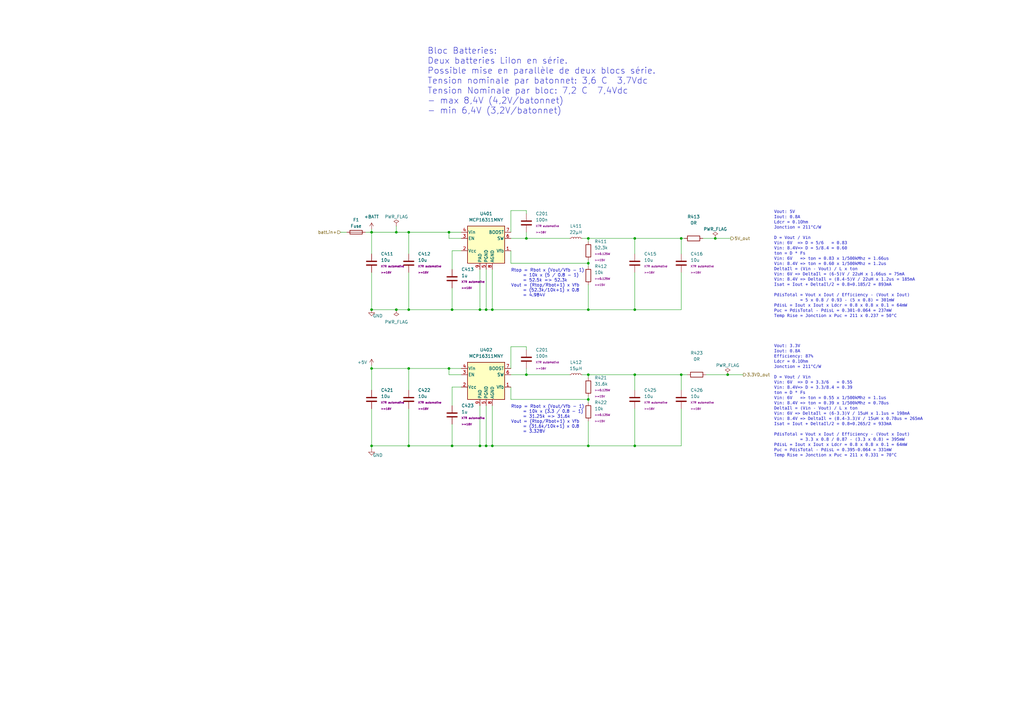
<source format=kicad_sch>
(kicad_sch (version 20230121) (generator eeschema)
  (paper "A3")
  (lib_symbols
    (symbol "Device:C" (pin_numbers hide) (pin_names (offset 0.254))
      (property "Reference" "C" (at 0.635 2.54 0))
      (property "Value" "C" (at 0.635 -2.54 0))
      (symbol "C_0_1"
        (polyline (pts (xy -2.032 -0.762) (xy 2.032 -0.762)) (stroke (width 0.508)))
        (polyline (pts (xy -2.032 0.762) (xy 2.032 0.762)) (stroke (width 0.508)))
      )
      (symbol "C_1_1"
        (pin passive line (at 0 3.81 270) (length 2.794) (name "~") (number "1"))
        (pin passive line (at 0 -3.81 90) (length 2.794) (name "~") (number "2"))
      )
    )
    (symbol "Device:Fuse" (pin_numbers hide) (pin_names (offset 0))
      (property "Reference" "F" (at 2.032 0 90))
      (property "Value" "Fuse" (at -1.905 0 90))
      (symbol "Fuse_0_1"
        (rectangle (start -0.762 -2.54) (end 0.762 2.54) (stroke (width 0.254)))
        (polyline (pts (xy 0 2.54) (xy 0 -2.54)))
      )
      (symbol "Fuse_1_1"
        (pin passive line (at 0 3.81 270) (length 1.27) (name "~") (number "1"))
        (pin passive line (at 0 -3.81 90) (length 1.27) (name "~") (number "2"))
      )
    )
    (symbol "Device:L_Small" (pin_numbers hide) (pin_names (offset 0.254) hide)
      (property "Reference" "L" (at 0.762 1.016 0))
      (property "Value" "L_Small" (at 0.762 -1.016 0))
      (symbol "L_Small_0_1"
        (arc (start 0 -2.032) (mid 0.5058 -1.524) (end 0 -1.016))
        (arc (start 0 -1.016) (mid 0.5058 -0.508) (end 0 0))
        (arc (start 0 0) (mid 0.5058 0.508) (end 0 1.016))
        (arc (start 0 1.016) (mid 0.5058 1.524) (end 0 2.032))
      )
      (symbol "L_Small_1_1"
        (pin passive line (at 0 2.54 270) (length 0.508) (name "~") (number "1"))
        (pin passive line (at 0 -2.54 90) (length 0.508) (name "~") (number "2"))
      )
    )
    (symbol "Device:R" (pin_numbers hide) (pin_names (offset 0))
      (property "Reference" "R" (at 2.032 0 90))
      (property "Value" "R" (at 0 0 90))
      (symbol "R_0_1"
        (rectangle (start -1.016 -2.54) (end 1.016 2.54) (stroke (width 0.254)))
      )
      (symbol "R_1_1"
        (pin passive line (at 0 3.81 270) (length 1.27) (name "~") (number "1"))
        (pin passive line (at 0 -3.81 90) (length 1.27) (name "~") (number "2"))
      )
    )
    (symbol "Regulator_Switching:MCP16311MNY" (pin_names (offset 0.254))
      (property "Reference" "U" (at -7.62 11.43 0))
      (property "Value" "MCP16311MNY" (at 0 11.43 0))
      (symbol "MCP16311MNY_0_1"
        (rectangle (start -7.62 10.16) (end 7.62 -5.08) (stroke (width 0.254)) (fill (type background)))
      )
      (symbol "MCP16311MNY_1_1"
        (pin input line (at 10.16 0 180) (length 2.54) (name "Vfb") (number "1"))
        (pin power_out line (at -10.16 0 0) (length 2.54) (name "Vcc") (number "2"))
        (pin input line (at -10.16 5.08 0) (length 2.54) (name "EN") (number "3"))
        (pin power_in line (at -10.16 7.62 0) (length 2.54) (name "Vin") (number "4"))
        (pin power_in line (at 0 -7.62 90) (length 2.54) (name "PGND") (number "5"))
        (pin power_out line (at 10.16 5.08 180) (length 2.54) (name "SW") (number "6"))
        (pin output line (at 10.16 7.62 180) (length 2.54) (name "BOOST") (number "7"))
        (pin power_in line (at 2.54 -7.62 90) (length 2.54) (name "AGND") (number "8"))
        (pin power_in line (at -2.54 -7.62 90) (length 2.54) (name "PAD") (number "9"))
      )
    )
    (symbol "power:+5V" (power) (pin_names (offset 0))
      (property "Value" "+5V" (at 0 3.556 0))
      (symbol "+5V_0_1"
        (polyline (pts (xy -0.762 1.27) (xy 0 2.54)))
        (polyline (pts (xy 0 0) (xy 0 2.54)))
        (polyline (pts (xy 0 2.54) (xy 0.762 1.27)))
      )
      (symbol "+5V_1_1"
        (pin power_in line (at 0 0 90) (length 0) hide (name "+5V") (number "1"))
      )
    )
    (symbol "power:+BATT" (power) (pin_names (offset 0))
      (property "Value" "+BATT" (at 0 3.556 0))
      (symbol "+BATT_0_1"
        (polyline (pts (xy -0.762 1.27) (xy 0 2.54)))
        (polyline (pts (xy 0 0) (xy 0 2.54)))
        (polyline (pts (xy 0 2.54) (xy 0.762 1.27)))
      )
      (symbol "+BATT_1_1"
        (pin power_in line (at 0 0 90) (length 0) hide (name "+BATT") (number "1"))
      )
    )
    (symbol "power:GND" (power) (pin_names (offset 0))
      (property "Value" "GND" (at 0 -3.81 0))
      (symbol "GND_0_1"
        (polyline (pts (xy 0 0) (xy 0 -1.27) (xy 1.27 -1.27) (xy 0 -2.54) (xy -1.27 -1.27) (xy 0 -1.27)))
      )
      (symbol "GND_1_1"
        (pin power_in line (at 0 0 270) (length 0) hide (name "GND") (number "1"))
      )
    )
    (symbol "power:PWR_FLAG" (power) (pin_numbers hide) (pin_names (offset 0) hide)
      (property "Value" "PWR_FLAG" (at 0 3.81 0))
      (symbol "PWR_FLAG_0_0"
        (pin power_out line (at 0 0 90) (length 0) (name "pwr") (number "1"))
      )
      (symbol "PWR_FLAG_0_1"
        (polyline (pts (xy 0 0) (xy 0 1.27) (xy -1.016 1.905) (xy 0 2.54) (xy 1.016 1.905) (xy 0 1.27)))
      )
    )
  )
  (junction (at 241.3 153.67))
  (junction (at 215.9 97.79))
  (junction (at 196.85 182.88))
  (junction (at 241.3 127))
  (junction (at 152.4 182.88))
  (junction (at 298.45 153.67))
  (junction (at 279.4 97.79))
  (junction (at 279.4 153.67))
  (junction (at 201.93 182.88))
  (junction (at 241.3 97.79))
  (junction (at 241.3 163.83))
  (junction (at 167.64 151.13))
  (junction (at 162.56 127))
  (junction (at 152.4 151.13))
  (junction (at 199.39 182.88))
  (junction (at 184.15 151.13))
  (junction (at 293.37 97.79))
  (junction (at 260.35 127))
  (junction (at 152.4 127))
  (junction (at 260.35 97.79))
  (junction (at 199.39 127))
  (junction (at 167.64 95.25))
  (junction (at 167.64 127))
  (junction (at 215.9 153.67))
  (junction (at 185.42 182.88))
  (junction (at 185.42 127))
  (junction (at 167.64 182.88))
  (junction (at 201.93 127))
  (junction (at 196.85 127))
  (junction (at 260.35 182.88))
  (junction (at 241.3 107.95))
  (junction (at 241.3 182.88))
  (junction (at 260.35 153.67))
  (junction (at 152.4 95.25))
  (junction (at 162.56 95.25))
  (junction (at 184.15 95.25))
  (wire (pts (xy 298.45 153.67) (xy 304.8 153.67)))
  (wire (pts (xy 241.3 163.83) (xy 241.3 165.1)))
  (wire (pts (xy 189.23 97.79) (xy 184.15 97.79)))
  (wire (pts (xy 260.35 167.64) (xy 260.35 182.88)))
  (wire (pts (xy 152.4 182.88) (xy 167.64 182.88)))
  (wire (pts (xy 152.4 149.86) (xy 152.4 151.13)))
  (wire (pts (xy 241.3 163.83) (xy 209.55 163.83)))
  (wire (pts (xy 152.4 151.13) (xy 152.4 160.02)))
  (wire (pts (xy 196.85 127) (xy 199.39 127)))
  (wire (pts (xy 167.64 95.25) (xy 184.15 95.25)))
  (wire (pts (xy 184.15 153.67) (xy 184.15 151.13)))
  (wire (pts (xy 241.3 97.79) (xy 241.3 99.06)))
  (wire (pts (xy 185.42 158.75) (xy 185.42 166.37)))
  (wire (pts (xy 209.55 97.79) (xy 215.9 97.79)))
  (wire (pts (xy 279.4 104.14) (xy 279.4 97.79)))
  (wire (pts (xy 185.42 173.99) (xy 185.42 182.88)))
  (wire (pts (xy 162.56 127) (xy 167.64 127)))
  (wire (pts (xy 289.56 153.67) (xy 298.45 153.67)))
  (wire (pts (xy 209.55 86.36) (xy 215.9 86.36)))
  (wire (pts (xy 201.93 166.37) (xy 201.93 182.88)))
  (wire (pts (xy 189.23 95.25) (xy 184.15 95.25)))
  (wire (pts (xy 185.42 127) (xy 196.85 127)))
  (wire (pts (xy 209.55 95.25) (xy 209.55 86.36)))
  (wire (pts (xy 241.3 127) (xy 201.93 127)))
  (wire (pts (xy 167.64 182.88) (xy 185.42 182.88)))
  (wire (pts (xy 241.3 107.95) (xy 241.3 109.22)))
  (wire (pts (xy 167.64 95.25) (xy 167.64 104.14)))
  (wire (pts (xy 167.64 151.13) (xy 167.64 160.02)))
  (wire (pts (xy 149.86 95.25) (xy 152.4 95.25)))
  (wire (pts (xy 279.4 160.02) (xy 279.4 153.67)))
  (wire (pts (xy 241.3 116.84) (xy 241.3 127)))
  (wire (pts (xy 260.35 111.76) (xy 260.35 127)))
  (wire (pts (xy 152.4 95.25) (xy 152.4 104.14)))
  (wire (pts (xy 199.39 166.37) (xy 199.39 182.88)))
  (wire (pts (xy 241.3 153.67) (xy 241.3 154.94)))
  (wire (pts (xy 201.93 110.49) (xy 201.93 127)))
  (wire (pts (xy 238.76 153.67) (xy 241.3 153.67)))
  (wire (pts (xy 241.3 182.88) (xy 201.93 182.88)))
  (wire (pts (xy 196.85 182.88) (xy 199.39 182.88)))
  (wire (pts (xy 260.35 127) (xy 279.4 127)))
  (wire (pts (xy 199.39 182.88) (xy 201.93 182.88)))
  (wire (pts (xy 241.3 172.72) (xy 241.3 182.88)))
  (wire (pts (xy 167.64 151.13) (xy 184.15 151.13)))
  (wire (pts (xy 162.56 92.71) (xy 162.56 95.25)))
  (wire (pts (xy 279.4 97.79) (xy 260.35 97.79)))
  (wire (pts (xy 209.55 142.24) (xy 215.9 142.24)))
  (wire (pts (xy 241.3 163.83) (xy 241.3 162.56)))
  (wire (pts (xy 185.42 182.88) (xy 196.85 182.88)))
  (wire (pts (xy 260.35 182.88) (xy 279.4 182.88)))
  (wire (pts (xy 293.37 97.79) (xy 299.72 97.79)))
  (wire (pts (xy 167.64 111.76) (xy 167.64 127)))
  (wire (pts (xy 189.23 158.75) (xy 185.42 158.75)))
  (wire (pts (xy 215.9 86.36) (xy 215.9 87.63)))
  (wire (pts (xy 152.4 111.76) (xy 152.4 127)))
  (wire (pts (xy 167.64 95.25) (xy 162.56 95.25)))
  (wire (pts (xy 196.85 166.37) (xy 196.85 182.88)))
  (wire (pts (xy 279.4 153.67) (xy 281.94 153.67)))
  (wire (pts (xy 199.39 127) (xy 201.93 127)))
  (wire (pts (xy 260.35 153.67) (xy 241.3 153.67)))
  (wire (pts (xy 288.29 97.79) (xy 293.37 97.79)))
  (wire (pts (xy 209.55 153.67) (xy 215.9 153.67)))
  (wire (pts (xy 279.4 111.76) (xy 279.4 127)))
  (wire (pts (xy 167.64 151.13) (xy 152.4 151.13)))
  (wire (pts (xy 241.3 127) (xy 260.35 127)))
  (wire (pts (xy 260.35 97.79) (xy 241.3 97.79)))
  (wire (pts (xy 185.42 118.11) (xy 185.42 127)))
  (wire (pts (xy 215.9 97.79) (xy 233.68 97.79)))
  (wire (pts (xy 279.4 97.79) (xy 280.67 97.79)))
  (wire (pts (xy 152.4 93.98) (xy 152.4 95.25)))
  (wire (pts (xy 209.55 151.13) (xy 209.55 142.24)))
  (wire (pts (xy 167.64 127) (xy 185.42 127)))
  (wire (pts (xy 279.4 167.64) (xy 279.4 182.88)))
  (wire (pts (xy 215.9 153.67) (xy 215.9 151.13)))
  (wire (pts (xy 215.9 142.24) (xy 215.9 143.51)))
  (wire (pts (xy 279.4 153.67) (xy 260.35 153.67)))
  (wire (pts (xy 189.23 102.87) (xy 185.42 102.87)))
  (wire (pts (xy 199.39 110.49) (xy 199.39 127)))
  (wire (pts (xy 238.76 97.79) (xy 241.3 97.79)))
  (wire (pts (xy 260.35 104.14) (xy 260.35 97.79)))
  (wire (pts (xy 162.56 95.25) (xy 152.4 95.25)))
  (wire (pts (xy 260.35 160.02) (xy 260.35 153.67)))
  (wire (pts (xy 184.15 97.79) (xy 184.15 95.25)))
  (wire (pts (xy 241.3 182.88) (xy 260.35 182.88)))
  (wire (pts (xy 196.85 110.49) (xy 196.85 127)))
  (wire (pts (xy 152.4 184.15) (xy 152.4 182.88)))
  (wire (pts (xy 152.4 167.64) (xy 152.4 182.88)))
  (wire (pts (xy 215.9 153.67) (xy 233.68 153.67)))
  (wire (pts (xy 189.23 151.13) (xy 184.15 151.13)))
  (wire (pts (xy 209.55 163.83) (xy 209.55 158.75)))
  (wire (pts (xy 185.42 102.87) (xy 185.42 110.49)))
  (wire (pts (xy 215.9 97.79) (xy 215.9 95.25)))
  (wire (pts (xy 241.3 107.95) (xy 241.3 106.68)))
  (wire (pts (xy 189.23 153.67) (xy 184.15 153.67)))
  (wire (pts (xy 139.7 95.25) (xy 142.24 95.25)))
  (wire (pts (xy 167.64 167.64) (xy 167.64 182.88)))
  (wire (pts (xy 152.4 127) (xy 162.56 127)))
  (wire (pts (xy 241.3 107.95) (xy 209.55 107.95)))
  (wire (pts (xy 209.55 107.95) (xy 209.55 102.87)))
  (text "Bloc Batteries:\nDeux batteries LiIon en série.\nPossible mise en parallèle de deux blocs série.\nTension nominale par batonnet: 3,6 C  3,7Vdc\nTension Nominale par bloc: 7,2 C  7,4Vdc\n- max 8,4V (4,2V/batonnet)\n- min 6,4V (3,2V/batonnet)\n" (at 175.26 46.99 0) (effects (font (size 2.54 2.54)) (justify left bottom)))
  (text "Rtop = Rbot x (Vout/Vfb - 1)\n     = 10k x (3.3 / 0.8 - 1)\n     = 31.25k => 31.6k\nVout = (Rtop/Rbot+1) x Vfb\n     = (31.6k/10k+1) x 0.8\n     = 3.328V" (at 209.55 177.8 0) (effects (font (size 1.27 1.27)) (justify left bottom)))
  (text "Vout: 3.3V\nIout: 0.8A\nEfficiency: 87%\nLdcr = 0.1Ohm\nJonction = 211°C/W\n\nD = Vout / Vin\nVin: 6V  => D = 3.3/6   = 0.55\nVin: 8.4V=> D = 3.3/8.4 = 0.39\nton = D * Fs\nVin: 6V   => ton = 0.55 x 1/500kMhz = 1.1us\nVin: 8.4V => ton = 0.39 x 1/500kMhz = 0.78us\nDeltaIl = (Vin - Vout) / L x ton\nVin: 6V => DeltaIl = (6-3.3)V / 15uH x 1.1us = 198mA\nVin: 8.4V => DeltaIl = (8.4-3.3)V / 15uH x 0.78us = 265mA\nIsat = Iout + DeltaIl/2 = 0.8+0.265/2 = 933mA\n\nPdisTotal = Vout x Iout / Efficiency - (Vout x Iout)\n          = 3.3 x 0.8 / 0.87 - (3.3 x 0.8) = 395mW\nPdisL = Iout x Iout x Ldcr = 0.8 x 0.8 x 0.1 = 64mW\nPuc = PdisTotal - PdisL = 0.395-0.064 = 331mW\nTemp Rise = Jonction x Puc = 211 x 0.331 = 70°C" (at 317.5 187.96 0) (effects (font (size 1.27 1.27)) (justify left bottom)))
  (text "Vout: 5V\nIout: 0.8A\nLdcr = 0.1Ohm\nJonction = 211°C/W\n\nD = Vout / Vin\nVin: 6V  => D = 5/6   = 0.83\nVin: 8.4V=> D = 5/8.4 = 0.60\nton = D * Fs\nVin: 6V   => ton = 0.83 x 1/500kMhz = 1.66us\nVin: 8.4V => ton = 0.60 x 1/500kMhz = 1.2us\nDeltaIl = (Vin - Vout) / L x ton\nVin: 6V => DeltaIl = (6-5)V / 22uH x 1.66us = 75mA\nVin: 8.4V => DeltaIl = (8.4-5)V / 22uH x 1.2us = 185mA\nIsat = Iout + DeltaIl/2 = 0.8+0.185/2 = 893mA\n\nPdisTotal = Vout x Iout / Efficiency - (Vout x Iout)\n          = 5 x 0.8 / 0.93 - (5 x 0.8) = 301mW\nPdisL = Iout x Iout x Ldcr = 0.8 x 0.8 x 0.1 = 64mW\nPuc = PdisTotal - PdisL = 0.301-0.064 = 237mW\nTemp Rise = Jonction x Puc = 211 x 0.237 = 50°C" (at 317.5 130.81 0) (effects (font (size 1.27 1.27)) (justify left bottom)))
  (text "Rtop = Rbot x (Vout/Vfb - 1)\n     = 10k x (5 / 0.8 - 1)\n     = 52.5k => 52.3k\nVout = (Rtop/Rbot+1) x Vfb\n     = (52.3k/10k+1) x 0.8\n     = 4.984V" (at 209.55 121.92 0) (effects (font (size 1.27 1.27)) (justify left bottom)))
  (hierarchical_label "5V_out" (shape output) (at 299.72 97.79 0))
  (hierarchical_label "3.3VD_out" (shape output) (at 304.8 153.67 0))
  (hierarchical_label "batt.in+" (shape input) (at 139.7 95.25 180))
  (symbol (lib_id "Regulator_Switching:MCP16311MNY") (at 199.39 102.87 0) (unit 1)
    (property "Reference" "U401" (at 199.39 87.63 0))
    (property "Value" "MCP16311MNY" (at 199.39 90.17 0))
    (property "Footprint" "0package:TDFN-8-1EP_3x2mm_P0.5mm_EP1.60x1.50mm" (effects hide))
    (property "Datasheet" "http://ww1.microchip.com/downloads/en/DeviceDoc/20005255B.pdf" (effects hide))
    (property "MPN" "MCP16311T-E/MNY" (effects hide))
    (property "Manufacturer" "Microchip" (effects hide))
    (property "Package" "TDFN-8-EP(2x3)" (effects hide))
    (property "LCSC" "C510882 " (effects hide))
  )
  (symbol (lib_id "power:PWR_FLAG") (at 162.56 127 180) (unit 1)
    (property "Reference" "#FLG0403" (effects hide))
    (property "Value" "PWR_FLAG" (at 162.56 132.08 0))
    (instances (project "robot-5A" (path "" (reference "#FLG0403") (unit 1))) (project "Drilling_1500W" (path "" (reference "#FLG0308") (unit 1))))
  )
  (symbol (lib_id "Device:R") (at 241.3 168.91 0) (unit 1)
    (property "Reference" "R422" (at 243.84 165.1 0) (effects (justify left)))
    (property "Value" "10k" (at 243.84 167.64 0) (effects (justify left)))
    (property "Footprint" "Resistor_SMD:R_0805_2012Metric" (effects hide))
    (property "Value 2" ">=0.125W" (at 243.84 170.18 0) (effects (font (size 0.8 0.8)) (justify left)))
    (property "Value 3" ">=15V" (at 243.84 172.72 0) (effects (font (size 0.8 0.8)) (justify left)))
    (property "Manufacturer" "KOA or Vishay or PANASONIC" (effects hide))
    (property "Tolerance" "<=1%" (effects hide))
    (property "Package" "0805" (effects hide))
    (property "LCSC" "C17414" (effects hide))
  )
  (symbol (lib_id "Device:L_Small") (at 236.22 97.79 90) (unit 1)
    (property "Reference" "L411" (at 236.22 92.71 90))
    (property "Value" "22µH" (at 236.22 95.25 90))
    (property "Footprint" "0package:L_KOHERelec_MDA-7050" (effects hide))
    (property "Value 2" "0.1Ohm < DCR < 0.2 Ohm" (effects hide))
    (property "Value 3" "Isat > 1.1A" (effects hide))
    (property "TME" "HPI0630-220" (effects hide))
    (property "Package" "7050" (effects hide))
    (property "LCSC" "C2847545" (effects hide))
  )
  (symbol (lib_id "Device:C") (at 260.35 107.95 180) (unit 1)
    (property "Reference" "C415" (at 264.16 104.14 0) (effects (justify right)))
    (property "Value" "10u" (at 264.16 106.68 0) (effects (justify right)))
    (property "Footprint" "Capacitor_SMD:C_1210_3225Metric" (effects hide))
    (property "Value 2" "X7R automotive" (at 264.16 109.22 0) (effects (font (size 0.8 0.8)) (justify right)))
    (property "Value 3" ">=16V" (at 264.16 111.76 0) (effects (font (size 0.8 0.8)) (justify right)))
    (property "Manufacturer" "Kyocera or Samsung" (effects hide))
    (property "Tolerance" "<=10%" (effects hide))
    (property "Package" "1210" (effects hide))
    (property "LCSC" "C39232" (effects hide))
    (instances (project "robot-5A" (path "" (reference "C415") (unit 1))) (project "Drilling_1500W" (path "" (reference "C?") (unit 1)) (path "" (reference "C?") (unit 1)) (path "" (reference "C334") (unit 1))))
  )
  (symbol (lib_id "Device:C") (at 279.4 107.95 180) (unit 1)
    (property "Reference" "C416" (at 283.21 104.14 0) (effects (justify right)))
    (property "Value" "10u" (at 283.21 106.68 0) (effects (justify right)))
    (property "Footprint" "Capacitor_SMD:C_1210_3225Metric" (effects hide))
    (property "Value 2" "X7R automotive" (at 283.21 109.22 0) (effects (font (size 0.8 0.8)) (justify right)))
    (property "Value 3" ">=16V" (at 283.21 111.76 0) (effects (font (size 0.8 0.8)) (justify right)))
    (property "Manufacturer" "Kyocera or Samsung" (effects hide))
    (property "Tolerance" "<=10%" (effects hide))
    (property "Package" "1210" (effects hide))
    (property "LCSC" "C39232" (effects hide))
    (instances (project "robot-5A" (path "" (reference "C416") (unit 1))) (project "Drilling_1500W" (path "" (reference "C?") (unit 1)) (path "" (reference "C?") (unit 1)) (path "" (reference "C334") (unit 1))))
  )
  (symbol (lib_id "Device:C") (at 167.64 107.95 180) (unit 1)
    (property "Reference" "C412" (at 171.45 104.14 0) (effects (justify right)))
    (property "Value" "10u" (at 171.45 106.68 0) (effects (justify right)))
    (property "Footprint" "Capacitor_SMD:C_1210_3225Metric" (effects hide))
    (property "Value 2" "X7R automotive" (at 171.45 109.22 0) (effects (font (size 0.8 0.8)) (justify right)))
    (property "Value 3" ">=16V" (at 171.45 111.76 0) (effects (font (size 0.8 0.8)) (justify right)))
    (property "Manufacturer" "Kyocera or Samsung" (effects hide))
    (property "Tolerance" "<=10%" (effects hide))
    (property "Package" "1210" (effects hide))
    (property "LCSC" "C39232" (effects hide))
    (instances (project "robot-5A" (path "" (reference "C412") (unit 1))) (project "Drilling_1500W" (path "" (reference "C?") (unit 1)) (path "" (reference "C?") (unit 1)) (path "" (reference "C334") (unit 1))))
  )
  (symbol (lib_id "Device:C") (at 152.4 107.95 180) (unit 1)
    (property "Reference" "C411" (at 156.21 104.14 0) (effects (justify right)))
    (property "Value" "10u" (at 156.21 106.68 0) (effects (justify right)))
    (property "Footprint" "Capacitor_SMD:C_1210_3225Metric" (effects hide))
    (property "Value 2" "X7R automotive" (at 156.21 109.22 0) (effects (font (size 0.8 0.8)) (justify right)))
    (property "Value 3" ">=16V" (at 156.21 111.76 0) (effects (font (size 0.8 0.8)) (justify right)))
    (property "Manufacturer" "Kyocera or Samsung" (effects hide))
    (property "Tolerance" "<=10%" (effects hide))
    (property "Package" "1210" (effects hide))
    (property "LCSC" "C39232" (effects hide))
    (instances (project "robot-5A" (path "" (reference "C411") (unit 1))) (project "Drilling_1500W" (path "" (reference "C?") (unit 1)) (path "" (reference "C?") (unit 1)) (path "" (reference "C334") (unit 1))))
  )
  (symbol (lib_id "power:PWR_FLAG") (at 162.56 92.71 0) (unit 1)
    (property "Reference" "#FLG0401" (effects hide))
    (property "Value" "PWR_FLAG" (at 162.56 88.9 0))
    (instances (project "robot-5A" (path "" (reference "#FLG0401") (unit 1))) (project "Drilling_1500W" (path "" (reference "#FLG0310") (unit 1))))
  )
  (symbol (lib_id "Device:C") (at 279.4 163.83 180) (unit 1)
    (property "Reference" "C426" (at 283.21 160.02 0) (effects (justify right)))
    (property "Value" "10u" (at 283.21 162.56 0) (effects (justify right)))
    (property "Footprint" "Capacitor_SMD:C_1210_3225Metric" (effects hide))
    (property "Value 2" "X7R automotive" (at 283.21 165.1 0) (effects (font (size 0.8 0.8)) (justify right)))
    (property "Value 3" ">=16V" (at 283.21 167.64 0) (effects (font (size 0.8 0.8)) (justify right)))
    (property "Manufacturer" "Kyocera or Samsung" (effects hide))
    (property "Tolerance" "<=10%" (effects hide))
    (property "Package" "1210" (effects hide))
    (property "LCSC" "C39232" (effects hide))
    (instances (project "robot-5A" (path "" (reference "C426") (unit 1))) (project "Drilling_1500W" (path "" (reference "C?") (unit 1)) (path "" (reference "C?") (unit 1)) (path "" (reference "C334") (unit 1))))
  )
  (symbol (lib_id "Device:C") (at 167.64 163.83 180) (unit 1)
    (property "Reference" "C422" (at 171.45 160.02 0) (effects (justify right)))
    (property "Value" "10u" (at 171.45 162.56 0) (effects (justify right)))
    (property "Footprint" "Capacitor_SMD:C_1210_3225Metric" (effects hide))
    (property "Value 2" "X7R automotive" (at 171.45 165.1 0) (effects (font (size 0.8 0.8)) (justify right)))
    (property "Value 3" ">=16V" (at 171.45 167.64 0) (effects (font (size 0.8 0.8)) (justify right)))
    (property "Manufacturer" "Kyocera or Samsung" (effects hide))
    (property "Tolerance" "<=10%" (effects hide))
    (property "Package" "1210" (effects hide))
    (property "LCSC" "C39232" (effects hide))
    (instances (project "robot-5A" (path "" (reference "C422") (unit 1))) (project "Drilling_1500W" (path "" (reference "C?") (unit 1)) (path "" (reference "C?") (unit 1)) (path "" (reference "C334") (unit 1))))
  )
  (symbol (lib_id "power:GND") (at 152.4 184.15 0) (unit 1)
    (property "Reference" "#PWR015" (effects hide))
    (property "Value" "GND" (at 154.94 186.69 0))
    (instances (project "Projet 3eme Annee - ROBOT" (path "" (reference "#PWR015") (unit 1))) (project "robot-5A" (path "" (reference "#PWR0202") (unit 1)) (path "" (reference "#PWR0404") (unit 1))) (project "Schema Racine" (path "" (reference "#PWR07") (unit 1)) (path "" (reference "#PWR046") (unit 1))))
  )
  (symbol (lib_id "Device:R") (at 241.3 113.03 0) (unit 1)
    (property "Reference" "R412" (at 243.84 109.22 0) (effects (justify left)))
    (property "Value" "10k" (at 243.84 111.76 0) (effects (justify left)))
    (property "Footprint" "Resistor_SMD:R_0805_2012Metric" (effects hide))
    (property "Value 2" ">=0.125W" (at 243.84 114.3 0) (effects (font (size 0.8 0.8)) (justify left)))
    (property "Value 3" ">=15V" (at 243.84 116.84 0) (effects (font (size 0.8 0.8)) (justify left)))
    (property "Manufacturer" "KOA or Vishay or PANASONIC" (effects hide))
    (property "Tolerance" "<=1%" (effects hide))
    (property "Package" "0805" (effects hide))
    (property "LCSC" "C17414" (effects hide))
  )
  (symbol (lib_id "Device:C") (at 185.42 170.18 0) (unit 1)
    (property "Reference" "C423" (at 189.23 166.37 0) (effects (justify left)))
    (property "Value" "1u" (at 189.23 168.91 0) (effects (justify left)))
    (property "Footprint" "Capacitor_SMD:C_0805_2012Metric" (effects hide))
    (property "Value 2" "X7R automotive" (at 189.23 171.45 0) (effects (font (size 0.8 0.8)) (justify left)))
    (property "Value 3" ">=16V" (at 189.23 173.99 0) (effects (font (size 0.8 0.8)) (justify left)))
    (property "Manufacturer" "Kyocera or Samsung" (effects hide))
    (property "Tolerance" "<=10%" (effects hide))
    (property "Package" "0805" (effects hide))
    (property "LCSC" "C28323" (effects hide))
  )
  (symbol (lib_id "Device:C") (at 260.35 163.83 180) (unit 1)
    (property "Reference" "C425" (at 264.16 160.02 0) (effects (justify right)))
    (property "Value" "10u" (at 264.16 162.56 0) (effects (justify right)))
    (property "Footprint" "Capacitor_SMD:C_1210_3225Metric" (effects hide))
    (property "Value 2" "X7R automotive" (at 264.16 165.1 0) (effects (font (size 0.8 0.8)) (justify right)))
    (property "Value 3" ">=16V" (at 264.16 167.64 0) (effects (font (size 0.8 0.8)) (justify right)))
    (property "Manufacturer" "Kyocera or Samsung" (effects hide))
    (property "Tolerance" "<=10%" (effects hide))
    (property "Package" "1210" (effects hide))
    (property "LCSC" "C39232" (effects hide))
    (instances (project "robot-5A" (path "" (reference "C425") (unit 1))) (project "Drilling_1500W" (path "" (reference "C?") (unit 1)) (path "" (reference "C?") (unit 1)) (path "" (reference "C334") (unit 1))))
  )
  (symbol (lib_id "power:+BATT") (at 152.4 93.98 0) (unit 1)
    (property "Reference" "#PWR0209" (effects hide))
    (property "Value" "+BATT" (at 152.4 88.9 0))
    (instances (project "robot-5A" (path "" (reference "#PWR0209") (unit 1)) (path "" (reference "#PWR0401") (unit 1))))
  )
  (symbol (lib_id "power:GND") (at 152.4 127 0) (unit 1)
    (property "Reference" "#PWR015" (effects hide))
    (property "Value" "GND" (at 154.94 129.54 0))
    (instances (project "Projet 3eme Annee - ROBOT" (path "" (reference "#PWR015") (unit 1))) (project "robot-5A" (path "" (reference "#PWR0202") (unit 1)) (path "" (reference "#PWR0402") (unit 1))) (project "Schema Racine" (path "" (reference "#PWR07") (unit 1)) (path "" (reference "#PWR046") (unit 1))))
  )
  (symbol (lib_id "Device:C") (at 152.4 163.83 180) (unit 1)
    (property "Reference" "C421" (at 156.21 160.02 0) (effects (justify right)))
    (property "Value" "10u" (at 156.21 162.56 0) (effects (justify right)))
    (property "Footprint" "Capacitor_SMD:C_1210_3225Metric" (effects hide))
    (property "Value 2" "X7R automotive" (at 156.21 165.1 0) (effects (font (size 0.8 0.8)) (justify right)))
    (property "Value 3" ">=16V" (at 156.21 167.64 0) (effects (font (size 0.8 0.8)) (justify right)))
    (property "Manufacturer" "Kyocera or Samsung" (effects hide))
    (property "Tolerance" "<=10%" (effects hide))
    (property "Package" "1210" (effects hide))
    (property "LCSC" "C39232" (effects hide))
    (instances (project "robot-5A" (path "" (reference "C421") (unit 1))) (project "Drilling_1500W" (path "" (reference "C?") (unit 1)) (path "" (reference "C?") (unit 1)) (path "" (reference "C334") (unit 1))))
  )
  (symbol (lib_id "Device:C") (at 215.9 147.32 0) (unit 1)
    (property "Reference" "C201" (at 219.71 143.51 0) (effects (justify left)))
    (property "Value" "100n" (at 219.71 146.05 0) (effects (justify left)))
    (property "Footprint" "Capacitor_SMD:C_0805_2012Metric" (effects hide))
    (property "Value 2" "X7R automotive" (at 219.71 148.59 0) (effects (font (size 0.8 0.8)) (justify left)))
    (property "Value 3" ">=16V" (at 219.71 151.13 0) (effects (font (size 0.8 0.8)) (justify left)))
    (property "Manufacturer" "Kyocera or Samsung" (effects hide))
    (property "Tolerance" "<=10%" (effects hide))
    (property "Package" "0805" (effects hide))
    (property "LCSC" "C28233" (effects hide))
    (instances (project "robot-5A" (path "" (reference "C201") (unit 1)) (path "" (reference "C424") (unit 1))))
  )
  (symbol (lib_id "power:PWR_FLAG") (at 298.45 153.67 0) (unit 1)
    (property "Reference" "#FLG0404" (effects hide))
    (property "Value" "PWR_FLAG" (at 298.45 149.86 0))
    (instances (project "robot-5A" (path "" (reference "#FLG0404") (unit 1))) (project "Drilling_1500W" (path "" (reference "#FLG0301") (unit 1))))
  )
  (symbol (lib_id "power:+5V") (at 152.4 149.86 0) (unit 1)
    (property "Reference" "#PWR0304" (effects hide))
    (property "Value" "+5V" (at 148.59 148.59 0))
    (instances (project "robot-5A" (path "" (reference "#PWR0304") (unit 1)) (path "" (reference "#PWR0104") (unit 1)) (path "" (reference "#PWR0403") (unit 1))))
  )
  (symbol (lib_id "Device:R") (at 285.75 153.67 90) (unit 1)
    (property "Reference" "R423" (at 285.75 144.78 90))
    (property "Value" "0R" (at 285.75 147.32 90))
    (property "Footprint" "Resistor_SMD:R_0805_2012Metric" (effects hide))
    (property "Manufacturer" "KOA or Vishay or PANASONIC" (effects hide))
    (property "Package" "0805" (effects hide))
    (property "LCSC" "C844192" (effects hide))
  )
  (symbol (lib_id "Device:C") (at 185.42 114.3 0) (unit 1)
    (property "Reference" "C413" (at 189.23 110.49 0) (effects (justify left)))
    (property "Value" "1u" (at 189.23 113.03 0) (effects (justify left)))
    (property "Footprint" "Capacitor_SMD:C_0805_2012Metric" (effects hide))
    (property "Value 2" "X7R automotive" (at 189.23 115.57 0) (effects (font (size 0.8 0.8)) (justify left)))
    (property "Value 3" ">=16V" (at 189.23 118.11 0) (effects (font (size 0.8 0.8)) (justify left)))
    (property "Manufacturer" "Kyocera or Samsung" (effects hide))
    (property "Tolerance" "<=10%" (effects hide))
    (property "Package" "0805" (effects hide))
    (property "LCSC" "C28323" (effects hide))
  )
  (symbol (lib_id "Regulator_Switching:MCP16311MNY") (at 199.39 158.75 0) (unit 1)
    (property "Reference" "U402" (at 199.39 143.51 0))
    (property "Value" "MCP16311MNY" (at 199.39 146.05 0))
    (property "Footprint" "0package:TDFN-8-1EP_3x2mm_P0.5mm_EP1.60x1.50mm" (effects hide))
    (property "Datasheet" "http://ww1.microchip.com/downloads/en/DeviceDoc/20005255B.pdf" (effects hide))
    (property "MPN" "MCP16311T-E/MNY" (effects hide))
    (property "Manufacturer" "Microchip" (effects hide))
    (property "Package" "TDFN-8-EP(2x3)" (effects hide))
    (property "LCSC" "C510882 " (effects hide))
  )
  (symbol (lib_id "Device:Fuse") (at 146.05 95.25 90) (unit 1)
    (property "Reference" "F1" (at 146.05 90.17 90))
    (property "Value" "Fuse" (at 146.05 92.71 90))
    (property "Footprint" "Fuse:Fuse_1206_3216Metric" (effects hide))
    (property "Value 2" "2A" (effects hide))
    (property "Package" "1206" (effects hide))
    (property "LCSC" "C182310" (effects hide))
    (property "Value 3" ">=16V" (effects hide))
    (instances (project "Projet 3eme Annee - ROBOT" (path "" (reference "F1") (unit 1))) (project "robot-5A" (path "" (reference "F401") (unit 1))) (project "Schema Racine" (path "" (reference "F1") (unit 1))))
  )
  (symbol (lib_id "Device:L_Small") (at 236.22 153.67 90) (unit 1)
    (property "Reference" "L412" (at 236.22 148.59 90))
    (property "Value" "15µH" (at 236.22 151.13 90))
    (property "Footprint" "0package:L_KOHERelec_MDA-7050" (effects hide))
    (property "Value 2" "0.1Ohm < DCR < 0.2 Ohm" (effects hide))
    (property "Value 3" "Isat > 1.1A" (effects hide))
    (property "TME" "HPI0630-150" (effects hide))
    (property "Package" "7050" (effects hide))
    (property "LCSC" "C2847544" (effects hide))
  )
  (symbol (lib_id "Device:C") (at 215.9 91.44 0) (unit 1)
    (property "Reference" "C201" (at 219.71 87.63 0) (effects (justify left)))
    (property "Value" "100n" (at 219.71 90.17 0) (effects (justify left)))
    (property "Footprint" "Capacitor_SMD:C_0805_2012Metric" (effects hide))
    (property "Value 2" "X7R automotive" (at 219.71 92.71 0) (effects (font (size 0.8 0.8)) (justify left)))
    (property "Value 3" ">=16V" (at 219.71 95.25 0) (effects (font (size 0.8 0.8)) (justify left)))
    (property "Manufacturer" "Kyocera or Samsung" (effects hide))
    (property "Tolerance" "<=10%" (effects hide))
    (property "Package" "0805" (effects hide))
    (property "LCSC" "C28233" (effects hide))
    (instances (project "robot-5A" (path "" (reference "C201") (unit 1)) (path "" (reference "C414") (unit 1))))
  )
  (symbol (lib_id "power:PWR_FLAG") (at 293.37 97.79 0) (unit 1)
    (property "Reference" "#FLG0402" (effects hide))
    (property "Value" "PWR_FLAG" (at 293.37 93.98 0))
    (instances (project "robot-5A" (path "" (reference "#FLG0402") (unit 1))) (project "Drilling_1500W" (path "" (reference "#FLG0307") (unit 1))))
  )
  (symbol (lib_id "Device:R") (at 284.48 97.79 90) (unit 1)
    (property "Reference" "R413" (at 284.48 88.9 90))
    (property "Value" "0R" (at 284.48 91.44 90))
    (property "Footprint" "Resistor_SMD:R_0805_2012Metric" (effects hide))
    (property "Manufacturer" "KOA or Vishay or PANASONIC" (effects hide))
    (property "Package" "0805" (effects hide))
    (property "LCSC" "C844192" (effects hide))
  )
  (symbol (lib_id "Device:R") (at 241.3 102.87 0) (unit 1)
    (property "Reference" "R411" (at 243.84 99.06 0) (effects (justify left)))
    (property "Value" "52.3k" (at 243.84 101.6 0) (effects (justify left)))
    (property "Footprint" "Resistor_SMD:R_0805_2012Metric" (effects hide))
    (property "Value 2" ">=0.125W" (at 243.84 104.14 0) (effects (font (size 0.8 0.8)) (justify left)))
    (property "Value 3" ">=15V" (at 243.84 106.68 0) (effects (font (size 0.8 0.8)) (justify left)))
    (property "Manufacturer" "KOA or Vishay or PANASONIC" (effects hide))
    (property "Tolerance" "<=1%" (effects hide))
    (property "Package" "0805" (effects hide))
    (property "LCSC" "C2078257" (effects hide))
  )
  (symbol (lib_id "Device:R") (at 241.3 158.75 0) (unit 1)
    (property "Reference" "R421" (at 243.84 154.94 0) (effects (justify left)))
    (property "Value" "31.6k" (at 243.84 157.48 0) (effects (justify left)))
    (property "Footprint" "Resistor_SMD:R_0805_2012Metric" (effects hide))
    (property "Value 2" ">=0.125W" (at 243.84 160.02 0) (effects (font (size 0.8 0.8)) (justify left)))
    (property "Value 3" ">=15V" (at 243.84 162.56 0) (effects (font (size 0.8 0.8)) (justify left)))
    (property "Manufacturer" "KOA or Vishay or PANASONIC" (effects hide))
    (property "Tolerance" "<=1%" (effects hide))
    (property "Package" "0805" (effects hide))
    (property "LCSC" "C170879" (effects hide))
  )
)
</source>
